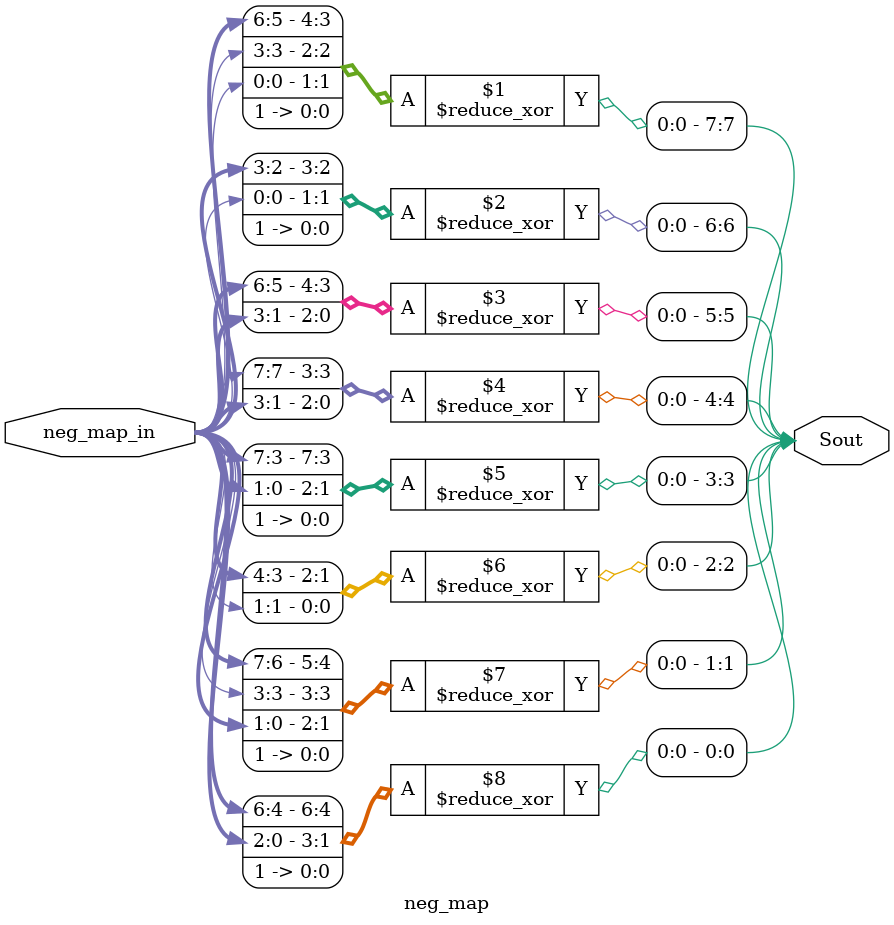
<source format=v>
module neg_map(neg_map_in,Sout);

input [7:0] neg_map_in;
output [7:0] Sout;

assign Sout[7] = ^{ neg_map_in[6],neg_map_in[5],neg_map_in[3],neg_map_in[0],1'b1 };

assign Sout[6] = ^{ neg_map_in[3],neg_map_in[2],neg_map_in[0],1'b1 };

assign Sout[5] = ^{ neg_map_in[6],neg_map_in[5],neg_map_in[3],neg_map_in[2],neg_map_in[1]};

assign Sout[4] = ^{ neg_map_in[7],neg_map_in[3],neg_map_in[2],neg_map_in[1]};

assign Sout[3] = ^{ neg_map_in[7],neg_map_in[6],neg_map_in[5],neg_map_in[4],neg_map_in[3],
                    neg_map_in[1],neg_map_in[0],1'b1};
					
assign Sout[2] = ^{ neg_map_in[4],neg_map_in[3],neg_map_in[1]};

assign Sout[1] = ^{ neg_map_in[7],neg_map_in[6],neg_map_in[3],neg_map_in[1],neg_map_in[0],1'b1 };

assign Sout[0] = ^{ neg_map_in[6],neg_map_in[5],neg_map_in[4],neg_map_in[2],neg_map_in[1],
                    neg_map_in[0],1'b1 };
					
endmodule					
</source>
